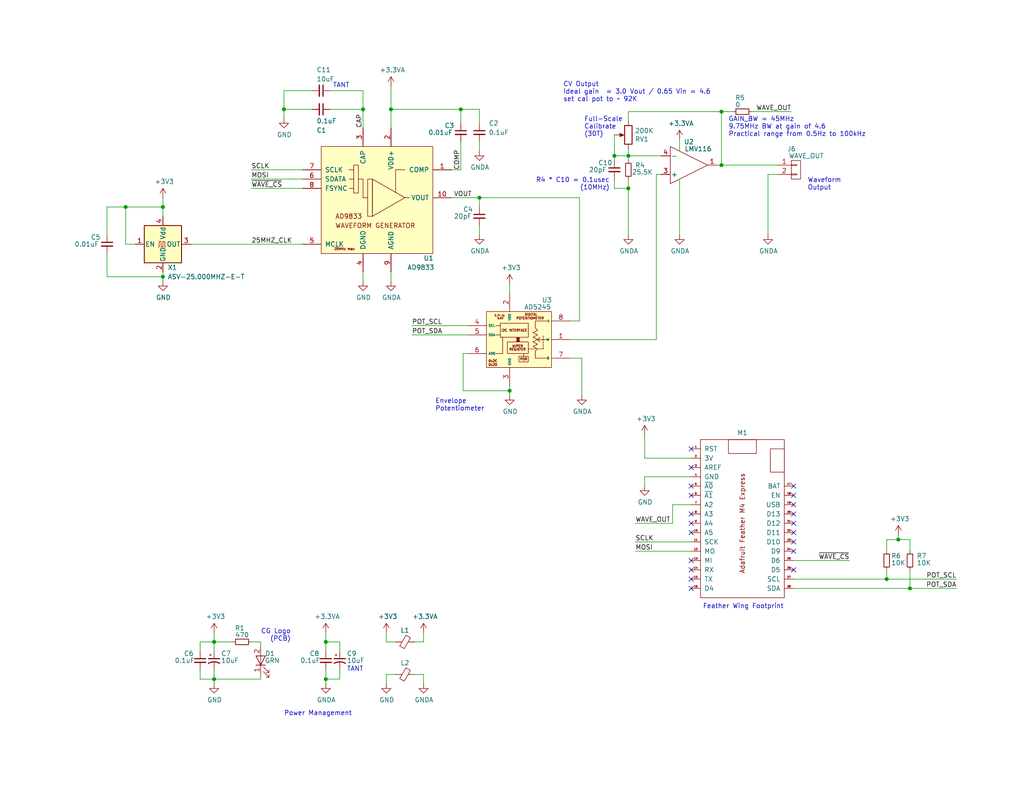
<source format=kicad_sch>
(kicad_sch (version 20211123) (generator eeschema)
  (paper "USLetter")
  (title_block (title "ADSR_Waveform_Generator") (date "2019-10-19") (rev "v00") (company "Cedar Grove Studios"))
  (lib_symbols
    (symbol "Waveform_Gen_ADSR-rescue:AD5245-Adafruit"
      (property "Reference" "U" (at 7.493 10.541 0))
      (property "Value" "AD5245-Adafruit" (at 5.08 8.763 0))
      (symbol "AD5245-Adafruit_0_0"
        (rectangle (start -8.89 7.62) (end 8.89 -7.62) (fill (type background)))
        (rectangle (start -5.08 4.445) (end 2.54 0.635))
        (rectangle (start -3.175 -0.635) (end 2.54 -3.81))
        (rectangle (start -0.508 0.508) (end 0 -0.508) (fill (type outline)))
        (rectangle (start 0 -4.572) (end 2.54 -6.096))
        (polyline (pts (xy -6.35 1.27) (xy -5.08 1.27)))
        (polyline (pts (xy -6.35 3.81) (xy -5.08 3.81)))
        (polyline (pts (xy -0.508 -0.508) (xy -0.762 -0.254)))
        (polyline (pts (xy -0.508 -0.508) (xy -0.508 0.508)))
        (polyline (pts (xy -0.508 0.508) (xy -0.762 0.254)))
        (polyline (pts (xy 0 -0.508) (xy 0 0.508)))
        (polyline (pts (xy 0 -0.508) (xy 0.254 -0.254)))
        (polyline (pts (xy 0 0.508) (xy 0.254 0.254)))
        (polyline (pts (xy 1.27 -4.572) (xy 1.27 -3.81)))
        (polyline (pts (xy 2.54 -2.54) (xy 3.048 -2.54)))
        (polyline (pts (xy 3.302 -2.54) (xy 3.81 -2.54)))
        (polyline (pts (xy 4.064 -2.54) (xy 4.572 -2.54)))
        (polyline (pts (xy 5.08 0) (xy 5.715 -0.635)))
        (polyline (pts (xy 5.334 -2.54) (xy 5.842 -2.54)))
        (polyline (pts (xy 6.096 -2.54) (xy 6.604 -2.54)))
        (polyline (pts (xy 6.604 -2.032) (xy 6.604 -2.54)))
        (polyline (pts (xy 6.604 -1.27) (xy 6.604 -1.778)))
        (polyline (pts (xy 6.604 -1.016) (xy 6.604 -0.508)))
        (polyline (pts (xy 6.604 -0.254) (xy 6.604 0.254)))
        (polyline (pts (xy 6.604 0.508) (xy 6.604 1.016)))
        (polyline (pts (xy -6.35 -3.81) (xy -4.445 -3.81) (xy -4.445 0.635)))
        (polyline (pts (xy 7.62 0) (xy 5.08 0) (xy 5.715 0.635)))
        (polyline (pts (xy 7.62 5.08) (xy 4.445 5.08) (xy 4.445 3.175) (xy 5.08 2.54) (xy 3.81 1.905) (xy 5.08 1.27) (xy 3.81 0.635) (xy 5.08 0) (xy 3.81 -0.635) (xy 5.08 -1.27) (xy 3.81 -1.905) (xy 5.08 -2.54) (xy 4.445 -3.175) (xy 4.445 -5.08) (xy 7.62 -5.08)))
        (text "0x2C" (at -7.112 -5.842 0) (effects (font (size 0.635 0.635))))
        (text "0x2D" (at -7.112 -6.858 0) (effects (font (size 0.635 0.635))))
        (text "2.7V to" (at -5.334 6.604 0) (effects (font (size 0.508 0.508))))
        (text "5.5V" (at -5.08 5.842 0) (effects (font (size 0.508 0.508))))
        (text "DIGITAL" (at 3.302 6.858 0) (effects (font (size 0.635 0.635))))
        (text "I2C INTERFACE" (at -1.27 2.54 0) (effects (font (size 0.635 0.635))))
        (text "POR" (at 1.27 -5.334 0) (effects (font (size 0.635 0.635))))
        (text "POTENTIOMETER" (at 3.048 5.842 0) (effects (font (size 0.635 0.635))))
        (text "REGISTER" (at -0.381 -2.667 0) (effects (font (size 0.635 0.635))))
        (text "WIPER" (at -0.381 -1.778 0) (effects (font (size 0.635 0.635))))
      )
      (symbol "AD5245-Adafruit_1_1"
        (pin bidirectional line (at 13.97 0 180) (length 5.08) (name "W") (number "1"))
        (pin power_in line (at -2.54 12.7 270) (length 5.08) (name "VDD") (number "2"))
        (pin power_in line (at -2.54 -12.7 90) (length 5.08) (name "GND") (number "3"))
        (pin input line (at -13.97 3.81 0) (length 5.08) (name "SCL") (number "4"))
        (pin bidirectional line (at -13.97 1.27 0) (length 5.08) (name "SDA") (number "5"))
        (pin input line (at -13.97 -3.81 0) (length 5.08) (name "AD0") (number "6"))
        (pin bidirectional line (at 13.97 -5.08 180) (length 5.08) (name "B") (number "7"))
        (pin bidirectional line (at 13.97 5.08 180) (length 5.08) (name "A") (number "8"))
      )
    )
    (symbol "Waveform_Gen_ADSR-rescue:AD9833-Adafruit" (pin_names (offset 1.016))
      (property "Reference" "U" (at 8.89 17.78 0))
      (property "Value" "AD9833-Adafruit" (at 11.43 15.24 0))
      (symbol "AD9833-Adafruit_0_0"
        (text "25MHz max" (at -8.89 -13.97 0) (effects (font (size 0.635 0.635))))
        (text "AD9833" (at -11.43 -5.08 0) (effects (font (size 1.27 1.27)) (justify left)))
        (text "WAVEFORM GENERATOR" (at -11.43 -7.62 0) (effects (font (size 1.27 1.27)) (justify left)))
      )
      (symbol "AD9833-Adafruit_0_1"
        (rectangle (start -15.24 13.97) (end 15.24 -15.24) (fill (type background)))
        (rectangle (start -6.35 8.89) (end -5.08 1.27))
        (rectangle (start -1.27 5.08) (end -2.54 -5.08))
        (polyline (pts (xy -6.35 2.54) (xy -7.62 2.54)))
        (polyline (pts (xy -6.35 5.08) (xy -7.62 5.08)))
        (polyline (pts (xy -6.35 7.62) (xy -7.62 7.62)))
        (polyline (pts (xy -5.08 5.08) (xy -3.81 5.08)))
        (polyline (pts (xy -3.81 0) (xy -2.54 0)))
        (polyline (pts (xy -3.81 5.08) (xy -3.81 0)))
        (polyline (pts (xy 7.62 0) (xy 8.89 0)))
        (polyline (pts (xy 7.62 7.62) (xy 5.08 7.62) (xy 5.08 1.27)))
        (polyline (pts (xy 7.62 0) (xy -1.27 5.08) (xy -1.27 -5.08) (xy 7.62 0)))
      )
      (symbol "AD9833-Adafruit_1_1"
        (pin bidirectional line (at 20.32 7.62 180) (length 5.08) (name "COMP") (number "1"))
        (pin output line (at 20.32 0 180) (length 5.08) (name "VOUT") (number "10"))
        (pin power_in line (at 3.81 19.05 270) (length 5.08) (name "VDD+") (number "2"))
        (pin bidirectional line (at -3.81 19.05 270) (length 5.08) (name "CAP") (number "3"))
        (pin power_in line (at -3.81 -20.32 90) (length 5.08) (name "DGND") (number "4"))
        (pin input line (at -20.32 -12.7 0) (length 5.08) (name "MCLK") (number "5"))
        (pin input line (at -20.32 5.08 0) (length 5.08) (name "SDATA") (number "6"))
        (pin input line (at -20.32 7.62 0) (length 5.08) (name "SCLK") (number "7"))
        (pin input line (at -20.32 2.54 0) (length 5.08) (name "FSYNC") (number "8"))
        (pin power_in line (at 3.81 -20.32 90) (length 5.08) (name "AGND") (number "9"))
      )
    )
    (symbol "Waveform_Gen_ADSR-rescue:ASV-xxxMHz-Oscillators" (pin_names (offset 0.254))
      (property "Reference" "X" (at -5.08 6.35 0))
      (property "Value" "ASV-xxxMHz-Oscillators" (at 1.27 -6.35 0))
      (symbol "ASV-xxxMHz-Oscillators_0_1"
        (rectangle (start -5.08 5.08) (end 5.08 -5.08) (stroke (width 0.254)) (fill (type background)))
        (polyline (pts (xy -1.27 -0.762) (xy -1.016 -0.762) (xy -1.016 0.762) (xy -0.508 0.762) (xy -0.508 -0.762) (xy 0 -0.762) (xy 0 0.762) (xy 0.508 0.762) (xy 0.508 -0.762) (xy 0.762 -0.762)))
      )
      (symbol "ASV-xxxMHz-Oscillators_1_1"
        (pin input line (at -7.62 0 0) (length 2.54) (name "EN") (number "1"))
        (pin power_in line (at 0 -7.62 90) (length 2.54) (name "GND") (number "2"))
        (pin output line (at 7.62 0 180) (length 2.54) (name "OUT") (number "3"))
        (pin power_in line (at 0 7.62 270) (length 2.54) (name "Vdd") (number "4"))
      )
    )
    (symbol "Waveform_Gen_ADSR-rescue:CONN_01X02-conn" (pin_names (offset 1.016) hide)
      (property "Reference" "J" (at 0 3.81 0))
      (property "Value" "CONN_01X02-conn" (at 2.54 0 90))
      (symbol "CONN_01X02-conn_0_1"
        (rectangle (start -1.27 -1.143) (end 0.254 -1.397))
        (rectangle (start -1.27 1.397) (end 0.254 1.143))
        (rectangle (start -1.27 2.54) (end 1.27 -2.54))
      )
      (symbol "CONN_01X02-conn_1_1"
        (pin passive line (at -5.08 1.27 0) (length 3.81) (name "P1") (number "1"))
        (pin passive line (at -5.08 -1.27 0) (length 3.81) (name "P2") (number "2"))
      )
    )
    (symbol "Waveform_Gen_ADSR-rescue:CP1_Small-device" (pin_numbers hide) (pin_names (offset 0.254) hide)
      (property "Reference" "C" (at 0.254 1.778 0))
      (property "Value" "CP1_Small-device" (at 0.254 -2.032 0))
      (symbol "CP1_Small-device_0_1"
        (polyline (pts (xy -1.524 0.508) (xy 1.524 0.508)) (stroke (width 0.3048)))
        (polyline (pts (xy -1.27 1.524) (xy -0.762 1.524)))
        (polyline (pts (xy -1.016 1.27) (xy -1.016 1.778)))
        (arc (start 1.524 -0.762) (mid 0 -0.3734) (end -1.524 -0.762) (stroke (width 0.3048)))
      )
      (symbol "CP1_Small-device_1_1"
        (pin passive line (at 0 2.54 270) (length 2.032) (name "~") (number "1"))
        (pin passive line (at 0 -2.54 90) (length 2.032) (name "~") (number "2"))
      )
    )
    (symbol "Waveform_Gen_ADSR-rescue:C_Small-device" (pin_numbers hide) (pin_names (offset 0.254) hide)
      (property "Reference" "C" (at 0.254 1.778 0))
      (property "Value" "C_Small-device" (at 0.254 -2.032 0))
      (symbol "C_Small-device_0_1"
        (polyline (pts (xy -1.524 -0.508) (xy 1.524 -0.508)) (stroke (width 0.3302)))
        (polyline (pts (xy -1.524 0.508) (xy 1.524 0.508)) (stroke (width 0.3048)))
      )
      (symbol "C_Small-device_1_1"
        (pin passive line (at 0 2.54 270) (length 2.032) (name "~") (number "1"))
        (pin passive line (at 0 -2.54 90) (length 2.032) (name "~") (number "2"))
      )
    )
    (symbol "Waveform_Gen_ADSR-rescue:Feather_M4_Express-Adafruit" (pin_names (offset 1.016))
      (property "Reference" "M" (at 0 27.94 0))
      (symbol "Feather_M4_Express-Adafruit_0_0"
        (rectangle (start -11.43 22.86) (end 11.43 -20.32))
        (rectangle (start -3.81 22.86) (end 3.81 19.05))
        (rectangle (start 11.43 20.32) (end 7.62 13.97))
        (text "Adafruit Feather M4 Express" (at 0 0 900) (effects (font (size 1.27 1.27))))
      )
      (symbol "Feather_M4_Express-Adafruit_0_1"
        (pin input line (at -13.97 20.32 0) (length 2.54) (name "RST") (number "1"))
        (pin bidirectional line (at -13.97 -2.54 0) (length 2.54) (name "A5") (number "10"))
        (pin bidirectional line (at -13.97 -5.08 0) (length 2.54) (name "SCK") (number "11"))
        (pin bidirectional line (at -13.97 -7.62 0) (length 2.54) (name "MO") (number "12"))
        (pin bidirectional line (at -13.97 -10.16 0) (length 2.54) (name "MI") (number "13"))
        (pin bidirectional line (at -13.97 -12.7 0) (length 2.54) (name "RX") (number "14"))
        (pin bidirectional line (at -13.97 -15.24 0) (length 2.54) (name "TX") (number "15"))
        (pin bidirectional line (at -13.97 -17.78 0) (length 2.54) (name "D4") (number "16"))
        (pin power_out line (at 13.97 10.16 180) (length 2.54) (name "BAT") (number "17"))
        (pin input line (at 13.97 7.62 180) (length 2.54) (name "EN") (number "18"))
        (pin power_out line (at 13.97 5.08 180) (length 2.54) (name "USB") (number "19"))
        (pin power_out line (at -13.97 17.78 0) (length 2.54) (name "3V") (number "2"))
        (pin bidirectional line (at 13.97 2.54 180) (length 2.54) (name "D13") (number "20"))
        (pin bidirectional line (at 13.97 0 180) (length 2.54) (name "D12") (number "21"))
        (pin bidirectional line (at 13.97 -2.54 180) (length 2.54) (name "D11") (number "22"))
        (pin bidirectional line (at 13.97 -5.08 180) (length 2.54) (name "D10") (number "23"))
        (pin bidirectional line (at 13.97 -7.62 180) (length 2.54) (name "D9") (number "24"))
        (pin bidirectional line (at 13.97 -10.16 180) (length 2.54) (name "D6") (number "25"))
        (pin bidirectional line (at 13.97 -12.7 180) (length 2.54) (name "D5") (number "26"))
        (pin bidirectional line (at 13.97 -15.24 180) (length 2.54) (name "SCL") (number "27"))
        (pin bidirectional line (at 13.97 -17.78 180) (length 2.54) (name "SDA") (number "28"))
        (pin input line (at -13.97 15.24 0) (length 2.54) (name "AREF") (number "3"))
        (pin power_out line (at -13.97 12.7 0) (length 2.54) (name "GND") (number "4"))
        (pin bidirectional line (at -13.97 10.16 0) (length 2.54) (name "~{A0}") (number "5"))
        (pin bidirectional line (at -13.97 7.62 0) (length 2.54) (name "~{A1}") (number "6"))
        (pin bidirectional line (at -13.97 5.08 0) (length 2.54) (name "A2") (number "7"))
        (pin bidirectional line (at -13.97 2.54 0) (length 2.54) (name "A3") (number "8"))
        (pin bidirectional line (at -13.97 0 0) (length 2.54) (name "A4") (number "9"))
      )
    )
    (symbol "Waveform_Gen_ADSR-rescue:Ferrite_Bead_Small-device" (pin_numbers hide) (pin_names (offset 0))
      (property "Reference" "L" (at 1.905 1.27 0))
      (property "Value" "Ferrite_Bead_Small-device" (at 1.905 -1.27 0))
      (symbol "Ferrite_Bead_Small-device_0_1"
        (polyline (pts (xy 0 -1.27) (xy 0 -0.7874)))
        (polyline (pts (xy 0 0.889) (xy 0 1.2954)))
        (polyline (pts (xy -1.8288 0.2794) (xy -1.1176 1.4986) (xy 1.8288 -0.2032) (xy 1.1176 -1.4224) (xy -1.8288 0.2794)))
      )
      (symbol "Ferrite_Bead_Small-device_1_1"
        (pin passive line (at 0 2.54 270) (length 1.27) (name "~") (number "1"))
        (pin passive line (at 0 -2.54 90) (length 1.27) (name "~") (number "2"))
      )
    )
    (symbol "Waveform_Gen_ADSR-rescue:LED-device" (pin_names (offset 1.016) hide)
      (property "Reference" "D" (at 0 2.54 0))
      (property "Value" "LED-device" (at 0 -2.54 0))
      (symbol "LED-device_0_1"
        (polyline (pts (xy -1.27 -1.27) (xy -1.27 1.27)) (stroke (width 0.2032)))
        (polyline (pts (xy -1.27 0) (xy 1.27 0)))
        (polyline (pts (xy 1.27 -1.27) (xy 1.27 1.27) (xy -1.27 0) (xy 1.27 -1.27)) (stroke (width 0.2032)))
        (polyline (pts (xy -3.048 -0.762) (xy -4.572 -2.286) (xy -3.81 -2.286) (xy -4.572 -2.286) (xy -4.572 -1.524)))
        (polyline (pts (xy -1.778 -0.762) (xy -3.302 -2.286) (xy -2.54 -2.286) (xy -3.302 -2.286) (xy -3.302 -1.524)))
      )
      (symbol "LED-device_1_1"
        (pin passive line (at -3.81 0 0) (length 2.54) (name "K") (number "1"))
        (pin passive line (at 3.81 0 180) (length 2.54) (name "A") (number "2"))
      )
    )
    (symbol "Waveform_Gen_ADSR-rescue:POT-device" (pin_numbers hide) (pin_names (offset 1.016) hide)
      (property "Reference" "RV" (at -4.445 0 90))
      (property "Value" "POT-device" (at -2.54 0 90))
      (symbol "POT-device_0_1"
        (polyline (pts (xy 2.54 0) (xy 1.524 0)))
        (polyline (pts (xy 1.143 0) (xy 2.286 0.508) (xy 2.286 -0.508)) (fill (type outline)))
        (rectangle (start 1.016 2.54) (end -1.016 -2.54) (stroke (width 0.254)))
      )
      (symbol "POT-device_1_1"
        (pin passive line (at 0 3.81 270) (length 1.27) (name "1") (number "1"))
        (pin passive line (at 3.81 0 180) (length 1.27) (name "2") (number "2"))
        (pin passive line (at 0 -3.81 90) (length 1.27) (name "3") (number "3"))
      )
    )
    (symbol "Waveform_Gen_ADSR-rescue:R_Small-device" (pin_numbers hide) (pin_names (offset 0.254) hide)
      (property "Reference" "R" (at 0.762 0.508 0))
      (property "Value" "R_Small-device" (at 0.762 -1.016 0))
      (symbol "R_Small-device_0_1"
        (rectangle (start -0.762 1.778) (end 0.762 -1.778) (stroke (width 0.2032)))
      )
      (symbol "R_Small-device_1_1"
        (pin passive line (at 0 2.54 270) (length 0.762) (name "~") (number "1"))
        (pin passive line (at 0 -2.54 90) (length 0.762) (name "~") (number "2"))
      )
    )
    (symbol "Waveform_Gen_ADSR-rescue:TLV2461_SOT23-5-linear" (pin_names (offset 0.254))
      (property "Reference" "U" (at 0 8.89 0))
      (property "Value" "TLV2461_SOT23-5-linear" (at 1.27 6.35 0))
      (symbol "TLV2461_SOT23-5-linear_0_1"
        (polyline (pts (xy -5.08 0) (xy -5.08 5.08) (xy 5.08 0) (xy -5.08 -5.08) (xy -5.08 0)))
      )
      (symbol "TLV2461_SOT23-5-linear_1_1"
        (pin output line (at 7.62 0 180) (length 2.54) (name "~") (number "1"))
        (pin power_in line (at -2.54 -3.81 90) (length 0) hide (name "VDD-") (number "2"))
        (pin input line (at -7.62 -2.54 0) (length 2.54) (name "+") (number "3"))
        (pin input line (at -7.62 2.54 0) (length 2.54) (name "-") (number "4"))
        (pin power_in line (at -2.54 3.81 270) (length 0) hide (name "VDD+") (number "5"))
      )
    )
    (symbol "power:+3.3V" (power) (pin_names (offset 0))
      (property "Value" "+3.3V" (at 0 3.556 0))
      (symbol "+3.3V_0_1"
        (polyline (pts (xy -0.762 1.27) (xy 0 2.54)))
        (polyline (pts (xy 0 0) (xy 0 2.54)))
        (polyline (pts (xy 0 2.54) (xy 0.762 1.27)))
      )
      (symbol "+3.3V_1_1"
        (pin power_in line (at 0 0 90) (length 0) hide (name "+3V3") (number "1"))
      )
    )
    (symbol "power:+3.3VA" (power) (pin_names (offset 0))
      (property "Value" "+3.3VA" (at 0 3.556 0))
      (symbol "+3.3VA_0_1"
        (polyline (pts (xy -0.762 1.27) (xy 0 2.54)))
        (polyline (pts (xy 0 0) (xy 0 2.54)))
        (polyline (pts (xy 0 2.54) (xy 0.762 1.27)))
      )
      (symbol "+3.3VA_1_1"
        (pin power_in line (at 0 0 90) (length 0) hide (name "+3.3VA") (number "1"))
      )
    )
    (symbol "power:GND" (power) (pin_names (offset 0))
      (property "Value" "GND" (at 0 -3.81 0))
      (symbol "GND_0_1"
        (polyline (pts (xy 0 0) (xy 0 -1.27) (xy 1.27 -1.27) (xy 0 -2.54) (xy -1.27 -1.27) (xy 0 -1.27)))
      )
      (symbol "GND_1_1"
        (pin power_in line (at 0 0 270) (length 0) hide (name "GND") (number "1"))
      )
    )
    (symbol "power:GNDA" (power) (pin_names (offset 0))
      (property "Value" "GNDA" (at 0 -3.81 0))
      (symbol "GNDA_0_1"
        (polyline (pts (xy 0 0) (xy 0 -1.27) (xy 1.27 -1.27) (xy 0 -2.54) (xy -1.27 -1.27) (xy 0 -1.27)))
      )
      (symbol "GNDA_1_1"
        (pin power_in line (at 0 0 270) (length 0) hide (name "GNDA") (number "1"))
      )
    )
  )
  (junction (at 241.935 158.115))
  (junction (at 99.06 29.845))
  (junction (at 34.29 56.515))
  (junction (at 88.9 185.42))
  (junction (at 248.285 160.655))
  (junction (at 171.45 51.435))
  (junction (at 88.9 175.26))
  (junction (at 167.64 42.545))
  (junction (at 130.81 53.975))
  (junction (at 44.45 75.565))
  (junction (at 44.45 56.515))
  (junction (at 125.73 29.845))
  (junction (at 77.47 29.845))
  (junction (at 171.45 42.545))
  (junction (at 58.42 185.42))
  (junction (at 196.85 30.48))
  (junction (at 139.065 106.68))
  (junction (at 196.85 45.085))
  (junction (at 58.42 175.26))
  (junction (at 106.68 29.845))
  (junction (at 245.11 147.32))
  (no_connect (at 188.595 132.715))
  (no_connect (at 216.535 145.415))
  (no_connect (at 216.535 132.715))
  (no_connect (at 188.595 158.115))
  (no_connect (at 216.535 135.255))
  (no_connect (at 216.535 150.495))
  (no_connect (at 216.535 147.955))
  (no_connect (at 188.595 155.575))
  (no_connect (at 188.595 145.415))
  (no_connect (at 216.535 137.795))
  (no_connect (at 188.595 153.035))
  (no_connect (at 188.595 135.255))
  (no_connect (at 188.595 122.555))
  (no_connect (at 188.595 127.635))
  (no_connect (at 188.595 142.875))
  (no_connect (at 188.595 160.655))
  (no_connect (at 216.535 140.335))
  (no_connect (at 216.535 142.875))
  (no_connect (at 188.595 140.335))
  (no_connect (at 216.535 155.575))
  (wire (pts (xy 112.395 91.44) (xy 127.635 91.44)))
  (wire (pts (xy 29.21 64.135) (xy 29.21 56.515)))
  (wire (pts (xy 212.09 47.625) (xy 209.55 47.625)))
  (wire (pts (xy 188.595 125.095) (xy 175.895 125.095)))
  (wire (pts (xy 183.515 137.795) (xy 183.515 142.875)))
  (wire (pts (xy 241.935 158.115) (xy 260.985 158.115)))
  (wire (pts (xy 139.065 77.47) (xy 139.065 80.01)))
  (wire (pts (xy 195.58 45.085) (xy 196.85 45.085)))
  (wire (pts (xy 167.64 42.545) (xy 171.45 42.545)))
  (wire (pts (xy 106.68 29.845) (xy 106.68 23.495)))
  (wire (pts (xy 241.935 150.495) (xy 241.935 147.32)))
  (wire (pts (xy 183.515 142.875) (xy 173.355 142.875)))
  (wire (pts (xy 29.21 56.515) (xy 34.29 56.515)))
  (wire (pts (xy 130.81 41.275) (xy 130.81 38.735)))
  (wire (pts (xy 205.105 30.48) (xy 215.9 30.48)))
  (wire (pts (xy 92.71 185.42) (xy 88.9 185.42)))
  (wire (pts (xy 158.75 97.79) (xy 155.575 97.79)))
  (wire (pts (xy 88.9 175.26) (xy 88.9 172.72)))
  (wire (pts (xy 130.81 56.515) (xy 130.81 53.975)))
  (wire (pts (xy 71.12 185.42) (xy 58.42 185.42)))
  (wire (pts (xy 58.42 175.26) (xy 54.61 175.26)))
  (wire (pts (xy 88.9 186.69) (xy 88.9 185.42)))
  (wire (pts (xy 125.73 46.355) (xy 125.73 38.735)))
  (wire (pts (xy 34.29 56.515) (xy 44.45 56.515)))
  (wire (pts (xy 99.06 29.845) (xy 90.17 29.845)))
  (wire (pts (xy 68.58 46.355) (xy 82.55 46.355)))
  (wire (pts (xy 155.575 87.63) (xy 158.115 87.63)))
  (wire (pts (xy 130.81 64.135) (xy 130.81 61.595)))
  (wire (pts (xy 196.85 30.48) (xy 196.85 45.085)))
  (wire (pts (xy 58.42 175.26) (xy 63.5 175.26)))
  (wire (pts (xy 241.935 147.32) (xy 245.11 147.32)))
  (wire (pts (xy 248.285 160.655) (xy 260.985 160.655)))
  (wire (pts (xy 173.355 147.955) (xy 188.595 147.955)))
  (wire (pts (xy 139.065 106.68) (xy 126.365 106.68)))
  (wire (pts (xy 34.29 66.675) (xy 34.29 56.515)))
  (wire (pts (xy 123.19 46.355) (xy 125.73 46.355)))
  (wire (pts (xy 92.71 175.26) (xy 88.9 175.26)))
  (wire (pts (xy 107.95 175.26) (xy 105.41 175.26)))
  (wire (pts (xy 126.365 106.68) (xy 126.365 96.52)))
  (wire (pts (xy 58.42 177.8) (xy 58.42 175.26)))
  (wire (pts (xy 185.42 64.135) (xy 185.42 48.895)))
  (wire (pts (xy 58.42 185.42) (xy 54.61 185.42)))
  (wire (pts (xy 77.47 24.765) (xy 77.47 29.845)))
  (wire (pts (xy 58.42 186.69) (xy 58.42 185.42)))
  (wire (pts (xy 171.45 51.435) (xy 171.45 64.135)))
  (wire (pts (xy 99.06 76.835) (xy 99.06 74.295)))
  (wire (pts (xy 171.45 48.895) (xy 171.45 51.435)))
  (wire (pts (xy 29.21 75.565) (xy 29.21 69.215)))
  (wire (pts (xy 115.57 172.72) (xy 115.57 175.26)))
  (wire (pts (xy 92.71 177.8) (xy 92.71 175.26)))
  (wire (pts (xy 212.09 45.085) (xy 196.85 45.085)))
  (wire (pts (xy 196.85 30.48) (xy 200.025 30.48)))
  (wire (pts (xy 245.11 147.32) (xy 248.285 147.32)))
  (wire (pts (xy 115.57 175.26) (xy 113.03 175.26)))
  (wire (pts (xy 123.19 53.975) (xy 130.81 53.975)))
  (wire (pts (xy 99.06 24.765) (xy 90.17 24.765)))
  (wire (pts (xy 77.47 29.845) (xy 77.47 32.385)))
  (wire (pts (xy 68.58 51.435) (xy 82.55 51.435)))
  (wire (pts (xy 88.9 185.42) (xy 88.9 182.88)))
  (wire (pts (xy 105.41 184.15) (xy 107.95 184.15)))
  (wire (pts (xy 71.12 184.15) (xy 71.12 185.42)))
  (wire (pts (xy 180.34 47.625) (xy 179.07 47.625)))
  (wire (pts (xy 36.83 66.675) (xy 34.29 66.675)))
  (wire (pts (xy 112.395 88.9) (xy 127.635 88.9)))
  (wire (pts (xy 179.07 92.71) (xy 179.07 47.625)))
  (wire (pts (xy 171.45 30.48) (xy 171.45 33.02)))
  (wire (pts (xy 52.07 66.675) (xy 82.55 66.675)))
  (wire (pts (xy 158.115 87.63) (xy 158.115 53.975)))
  (wire (pts (xy 139.065 106.68) (xy 139.065 107.95)))
  (wire (pts (xy 209.55 47.625) (xy 209.55 64.135)))
  (wire (pts (xy 68.58 48.895) (xy 82.55 48.895)))
  (wire (pts (xy 85.09 24.765) (xy 77.47 24.765)))
  (wire (pts (xy 175.895 125.095) (xy 175.895 118.745)))
  (wire (pts (xy 44.45 56.515) (xy 44.45 59.055)))
  (wire (pts (xy 54.61 185.42) (xy 54.61 182.88)))
  (wire (pts (xy 125.73 29.845) (xy 106.68 29.845)))
  (wire (pts (xy 105.41 186.69) (xy 105.41 184.15)))
  (wire (pts (xy 99.06 29.845) (xy 99.06 34.925)))
  (wire (pts (xy 171.45 30.48) (xy 196.85 30.48)))
  (wire (pts (xy 167.64 43.815) (xy 167.64 42.545)))
  (wire (pts (xy 92.71 182.88) (xy 92.71 185.42)))
  (wire (pts (xy 130.81 33.655) (xy 130.81 29.845)))
  (wire (pts (xy 99.06 29.845) (xy 99.06 24.765)))
  (wire (pts (xy 130.81 29.845) (xy 125.73 29.845)))
  (wire (pts (xy 248.285 155.575) (xy 248.285 160.655)))
  (wire (pts (xy 241.935 155.575) (xy 241.935 158.115)))
  (wire (pts (xy 113.03 184.15) (xy 115.57 184.15)))
  (wire (pts (xy 173.355 150.495) (xy 188.595 150.495)))
  (wire (pts (xy 139.065 105.41) (xy 139.065 106.68)))
  (wire (pts (xy 54.61 175.26) (xy 54.61 177.8)))
  (wire (pts (xy 171.45 42.545) (xy 171.45 40.64)))
  (wire (pts (xy 58.42 175.26) (xy 58.42 172.72)))
  (wire (pts (xy 58.42 182.88) (xy 58.42 185.42)))
  (wire (pts (xy 125.73 33.655) (xy 125.73 29.845)))
  (wire (pts (xy 68.58 175.26) (xy 71.12 175.26)))
  (wire (pts (xy 88.9 175.26) (xy 88.9 177.8)))
  (wire (pts (xy 71.12 175.26) (xy 71.12 176.53)))
  (wire (pts (xy 167.64 42.545) (xy 167.64 36.83)))
  (wire (pts (xy 216.535 160.655) (xy 248.285 160.655)))
  (wire (pts (xy 44.45 76.835) (xy 44.45 75.565)))
  (wire (pts (xy 248.285 147.32) (xy 248.285 150.495)))
  (wire (pts (xy 106.68 34.925) (xy 106.68 29.845)))
  (wire (pts (xy 106.68 76.835) (xy 106.68 74.295)))
  (wire (pts (xy 216.535 153.035) (xy 231.775 153.035)))
  (wire (pts (xy 171.45 51.435) (xy 167.64 51.435)))
  (wire (pts (xy 188.595 137.795) (xy 183.515 137.795)))
  (wire (pts (xy 167.64 48.895) (xy 167.64 51.435)))
  (wire (pts (xy 216.535 158.115) (xy 241.935 158.115)))
  (wire (pts (xy 44.45 75.565) (xy 44.45 74.295)))
  (wire (pts (xy 171.45 42.545) (xy 180.34 42.545)))
  (wire (pts (xy 245.11 147.32) (xy 245.11 146.05)))
  (wire (pts (xy 188.595 130.175) (xy 175.895 130.175)))
  (wire (pts (xy 175.895 130.175) (xy 175.895 132.715)))
  (wire (pts (xy 105.41 175.26) (xy 105.41 172.72)))
  (wire (pts (xy 185.42 41.275) (xy 185.42 38.1)))
  (wire (pts (xy 126.365 96.52) (xy 127.635 96.52)))
  (wire (pts (xy 44.45 75.565) (xy 29.21 75.565)))
  (wire (pts (xy 115.57 184.15) (xy 115.57 186.69)))
  (wire (pts (xy 130.81 53.975) (xy 158.115 53.975)))
  (wire (pts (xy 85.09 29.845) (xy 77.47 29.845)))
  (wire (pts (xy 44.45 53.975) (xy 44.45 56.515)))
  (wire (pts (xy 158.75 97.79) (xy 158.75 107.95)))
  (wire (pts (xy 155.575 92.71) (xy 179.07 92.71)))
  (wire (pts (xy 171.45 43.815) (xy 171.45 42.545)))
  (text "GAIN_BW = 45MHz\n9.75MHz BW at gain of 4.6\nPractical range from 0.5Hz to 100kHz\n" (at 198.755 37.465 0) (effects (font (size 1.27 1.27)) (justify left bottom)))
  (text "TANT" (at 94.615 183.515 0) (effects (font (size 1.27 1.27)) (justify left bottom)))
  (text "CG Logo\n(PCB)" (at 79.375 175.26 180) (effects (font (size 1.27 1.27)) (justify right bottom)))
  (text "CV Output\nIdeal gain  = 3.0 Vout / 0.65 Vin = 4.6\nset cal pot to ~ 92K" (at 153.67 27.94 0) (effects (font (size 1.27 1.27)) (justify left bottom)))
  (text "R4 * C10 = 0.1usec\n(10MHz)" (at 166.37 52.07 180) (effects (font (size 1.27 1.27)) (justify right bottom)))
  (text "Full-Scale\nCalibrate\n(30T)" (at 159.385 37.465 0) (effects (font (size 1.27 1.27)) (justify left bottom)))
  (text "Power Management" (at 77.47 195.58 0) (effects (font (size 1.27 1.27)) (justify left bottom)))
  (text "Envelope\nPotentiometer" (at 118.745 112.395 0) (effects (font (size 1.27 1.27)) (justify left bottom)))
  (text "Waveform\nOutput" (at 220.345 52.07 0) (effects (font (size 1.27 1.27)) (justify left bottom)))
  (text "TANT" (at 90.805 24.13 0) (effects (font (size 1.27 1.27)) (justify left bottom)))
  (text "Feather Wing Footprint" (at 191.77 166.37 0) (effects (font (size 1.27 1.27)) (justify left bottom)))
  (label "POT_SDA" (at 260.985 160.655 180))
  (label "~{WAVE_CS}" (at 231.775 153.035 180))
  (label "WAVE_OUT" (at 173.355 142.875 0))
  (label "POT_SDA" (at 112.395 91.44 0))
  (label "WAVE_OUT" (at 215.9 30.48 180))
  (label "COMP" (at 125.73 46.355 90))
  (label "~{WAVE_CS}" (at 68.58 51.435 0))
  (label "POT_SCL" (at 260.985 158.115 180))
  (label "POT_SCL" (at 112.395 88.9 0))
  (label "SCLK" (at 173.355 147.955 0))
  (label "SCLK" (at 68.58 46.355 0))
  (label "25MHZ_CLK" (at 68.58 66.675 0))
  (label "CAP" (at 99.06 34.925 90))
  (label "VOUT" (at 123.825 53.975 0))
  (label "MOSI" (at 173.355 150.495 0))
  (label "MOSI" (at 68.58 48.895 0))
  (symbol (lib_id "power:GND") (at 58.42 186.69 0) (unit 1)
    (property "Reference" "#PWR036" (effects hide))
    (property "Value" "GND" (at 58.547 191.0842 0))
  )
  (symbol (lib_id "Waveform_Gen_ADSR-rescue:CP1_Small-device") (at 58.42 180.34 0) (unit 1)
    (property "Reference" "C7" (at 60.325 178.435 0) (effects (justify left)))
    (property "Value" "10uF" (at 60.325 180.34 0) (effects (justify left)))
    (property "Footprint" "Capacitors_SMD:C_0805" (effects hide))
  )
  (symbol (lib_id "Waveform_Gen_ADSR-rescue:C_Small-device") (at 54.61 180.34 0) (unit 1)
    (property "Reference" "C6" (at 50.165 178.435 0) (effects (justify left)))
    (property "Value" "0.1uF" (at 47.625 180.34 0) (effects (justify left)))
    (property "Footprint" "Capacitors_SMD:C_0805" (effects hide))
  )
  (symbol (lib_id "Waveform_Gen_ADSR-rescue:CONN_01X02-conn") (at 217.17 46.355 0) (unit 1)
    (property "Reference" "J6" (at 217.17 40.64 0) (effects (justify right)))
    (property "Value" "WAVE_OUT" (at 224.79 42.545 0) (effects (justify right)))
    (property "Footprint" "Pin_Headers:Pin_Header_Straight_1x02_Pitch2.54mm" (effects hide))
  )
  (symbol (lib_id "Waveform_Gen_ADSR-rescue:POT-device") (at 171.45 36.83 180) (unit 1)
    (property "Reference" "RV1" (at 173.228 37.9984 0) (effects (justify right)))
    (property "Value" "200K" (at 173.228 35.687 0) (effects (justify right)))
    (property "Footprint" "Potentiometers:Potentiometer_Trimmer_Bourns_PV36W" (effects hide))
  )
  (symbol (lib_id "power:GND") (at 99.06 76.835 0) (unit 1)
    (property "Reference" "#PWR027" (effects hide))
    (property "Value" "GND" (at 99.187 81.2292 0))
  )
  (symbol (lib_id "Waveform_Gen_ADSR-rescue:R_Small-device") (at 171.45 46.355 180) (unit 1)
    (property "Reference" "R4" (at 174.625 45.085 0))
    (property "Value" "25.5K" (at 175.26 46.99 0))
    (property "Footprint" "Resistors_SMD:R_0805" (effects hide))
  )
  (symbol (lib_id "Waveform_Gen_ADSR-rescue:LED-device") (at 71.12 180.34 90) (unit 1)
    (property "Reference" "D1" (at 73.66 178.435 90))
    (property "Value" "GRN" (at 74.295 180.34 90))
    (property "Footprint" "Adafruit:Cedar_Grove_logo_lighted" (effects hide))
  )
  (symbol (lib_id "Waveform_Gen_ADSR-rescue:R_Small-device") (at 66.04 175.26 270) (unit 1)
    (property "Reference" "R1" (at 65.405 171.45 90))
    (property "Value" "470" (at 66.04 173.355 90))
    (property "Footprint" "Resistors_SMD:R_0805" (effects hide))
  )
  (symbol (lib_id "Waveform_Gen_ADSR-rescue:C_Small-device") (at 167.64 46.355 0) (unit 1)
    (property "Reference" "C10" (at 163.195 44.45 0) (effects (justify left)))
    (property "Value" "20pF" (at 160.655 46.355 0) (effects (justify left)))
    (property "Footprint" "Capacitors_SMD:C_0805" (effects hide))
  )
  (symbol (lib_id "Waveform_Gen_ADSR-rescue:TLV2461_SOT23-5-linear") (at 187.96 45.085 0) (unit 1)
    (property "Reference" "U2" (at 187.96 38.735 0))
    (property "Value" "LMV116" (at 190.5 40.64 0))
    (property "Footprint" "TO_SOT_Packages_SMD:SOT-23-5_HandSoldering" (effects hide))
  )
  (symbol (lib_id "Waveform_Gen_ADSR-rescue:AD9833-Adafruit") (at 102.87 53.975 0) (unit 1)
    (property "Reference" "U1" (at 115.57 70.485 0) (effects (justify left)))
    (property "Value" "AD9833" (at 111.125 73.025 0) (effects (justify left)))
    (property "Footprint" "Housings_SSOP:MSOP-10_3x3mm_Pitch0.5mm" (effects hide))
  )
  (symbol (lib_id "Waveform_Gen_ADSR-rescue:Feather_M4_Express-Adafruit") (at 202.565 142.875 0) (unit 1)
    (property "Reference" "M1" (at 202.565 118.1608 0))
    (property "Value" "Feather_M4_Express" (effects hide))
    (property "Footprint" "Adafruit:Adafruit_Feather_M4_Express_bare" (effects hide))
  )
  (symbol (lib_id "power:GNDA") (at 209.55 64.135 0) (unit 1)
    (property "Reference" "#PWR0101" (effects hide))
    (property "Value" "GNDA" (at 209.677 68.5292 0))
  )
  (symbol (lib_id "power:GNDA") (at 185.42 64.135 0) (unit 1)
    (property "Reference" "#PWR0102" (effects hide))
    (property "Value" "GNDA" (at 185.547 68.5292 0))
  )
  (symbol (lib_id "power:GNDA") (at 171.45 64.135 0) (unit 1)
    (property "Reference" "#PWR0103" (effects hide))
    (property "Value" "GNDA" (at 171.577 68.5292 0))
  )
  (symbol (lib_id "power:+3.3VA") (at 185.42 38.1 0) (unit 1)
    (property "Reference" "#PWR0104" (effects hide))
    (property "Value" "+3.3VA" (at 185.801 33.7058 0))
  )
  (symbol (lib_id "power:+3.3VA") (at 106.68 23.495 0) (unit 1)
    (property "Reference" "#PWR0105" (effects hide))
    (property "Value" "+3.3VA" (at 107.061 19.1008 0))
  )
  (symbol (lib_id "power:GNDA") (at 106.68 76.835 0) (unit 1)
    (property "Reference" "#PWR0107" (effects hide))
    (property "Value" "GNDA" (at 106.807 81.2292 0))
  )
  (symbol (lib_id "Waveform_Gen_ADSR-rescue:C_Small-device") (at 130.81 59.055 0) (unit 1)
    (property "Reference" "C4" (at 126.365 57.15 0) (effects (justify left)))
    (property "Value" "20pF" (at 123.825 59.055 0) (effects (justify left)))
    (property "Footprint" "Capacitors_SMD:C_0805" (effects hide))
  )
  (symbol (lib_id "Waveform_Gen_ADSR-rescue:C_Small-device") (at 130.81 36.195 0) (unit 1)
    (property "Reference" "C2" (at 133.35 33.655 0) (effects (justify left)))
    (property "Value" "0.1uF" (at 133.35 36.195 0) (effects (justify left)))
    (property "Footprint" "Capacitors_SMD:C_0805" (effects hide))
  )
  (symbol (lib_id "Waveform_Gen_ADSR-rescue:C_Small-device") (at 125.73 36.195 0) (unit 1)
    (property "Reference" "C3" (at 121.285 34.29 0) (effects (justify left)))
    (property "Value" "0.01uF" (at 116.84 36.195 0) (effects (justify left)))
    (property "Footprint" "Capacitors_SMD:C_0805" (effects hide))
  )
  (symbol (lib_id "Waveform_Gen_ADSR-rescue:C_Small-device") (at 87.63 24.765 270) (unit 1)
    (property "Reference" "C11" (at 86.36 19.05 90) (effects (justify left)))
    (property "Value" "10uF" (at 86.36 21.59 90) (effects (justify left)))
    (property "Footprint" "Capacitors_SMD:C_0805" (effects hide))
  )
  (symbol (lib_id "Waveform_Gen_ADSR-rescue:C_Small-device") (at 87.63 29.845 270) (unit 1)
    (property "Reference" "C1" (at 86.36 35.56 90) (effects (justify left)))
    (property "Value" "0.1uF" (at 86.36 33.02 90) (effects (justify left)))
    (property "Footprint" "Capacitors_SMD:C_0805" (effects hide))
  )
  (symbol (lib_id "power:GNDA") (at 130.81 41.275 0) (unit 1)
    (property "Reference" "#PWR0108" (effects hide))
    (property "Value" "GNDA" (at 130.937 45.6692 0))
  )
  (symbol (lib_id "power:GNDA") (at 130.81 64.135 0) (unit 1)
    (property "Reference" "#PWR0109" (effects hide))
    (property "Value" "GNDA" (at 130.937 68.5292 0))
  )
  (symbol (lib_id "power:GND") (at 77.47 32.385 0) (unit 1)
    (property "Reference" "#PWR0106" (effects hide))
    (property "Value" "GND" (at 77.597 36.7792 0))
  )
  (symbol (lib_id "power:+3.3VA") (at 115.57 172.72 0) (unit 1)
    (property "Reference" "#PWR0111" (effects hide))
    (property "Value" "+3.3VA" (at 115.951 168.3258 0))
  )
  (symbol (lib_id "power:+3.3V") (at 58.42 172.72 0) (unit 1)
    (property "Reference" "#PWR0112" (effects hide))
    (property "Value" "+3.3V" (at 58.801 168.3258 0))
  )
  (symbol (lib_id "Waveform_Gen_ADSR-rescue:CP1_Small-device") (at 92.71 180.34 0) (unit 1)
    (property "Reference" "C9" (at 94.615 178.435 0) (effects (justify left)))
    (property "Value" "10uF" (at 94.615 180.34 0) (effects (justify left)))
    (property "Footprint" "Capacitors_SMD:C_0805" (effects hide))
  )
  (symbol (lib_id "Waveform_Gen_ADSR-rescue:C_Small-device") (at 88.9 180.34 0) (unit 1)
    (property "Reference" "C8" (at 84.455 178.435 0) (effects (justify left)))
    (property "Value" "0.1uF" (at 81.915 180.34 0) (effects (justify left)))
    (property "Footprint" "Capacitors_SMD:C_0805" (effects hide))
  )
  (symbol (lib_id "power:GNDA") (at 88.9 186.69 0) (unit 1)
    (property "Reference" "#PWR0113" (effects hide))
    (property "Value" "GNDA" (at 89.027 191.0842 0))
  )
  (symbol (lib_id "power:GND") (at 105.41 186.69 0) (unit 1)
    (property "Reference" "#PWR0114" (effects hide))
    (property "Value" "GND" (at 105.537 191.0842 0))
  )
  (symbol (lib_id "power:GNDA") (at 115.57 186.69 0) (unit 1)
    (property "Reference" "#PWR0115" (effects hide))
    (property "Value" "GNDA" (at 115.697 191.0842 0))
  )
  (symbol (lib_id "Waveform_Gen_ADSR-rescue:Ferrite_Bead_Small-device") (at 110.49 184.15 270) (unit 1)
    (property "Reference" "L2" (at 110.49 180.975 90))
    (property "Value" "0" (effects hide))
    (property "Footprint" "Inductors_SMD:L_0805" (effects hide))
  )
  (symbol (lib_id "power:+3.3V") (at 105.41 172.72 0) (unit 1)
    (property "Reference" "#PWR0116" (effects hide))
    (property "Value" "+3.3V" (at 105.791 168.3258 0))
  )
  (symbol (lib_id "Waveform_Gen_ADSR-rescue:Ferrite_Bead_Small-device") (at 110.49 175.26 270) (unit 1)
    (property "Reference" "L1" (at 110.49 172.085 90))
    (property "Value" "0" (effects hide))
    (property "Footprint" "Inductors_SMD:L_0805" (effects hide))
  )
  (symbol (lib_id "power:+3.3VA") (at 88.9 172.72 0) (unit 1)
    (property "Reference" "#PWR0117" (effects hide))
    (property "Value" "+3.3VA" (at 89.281 168.3258 0))
  )
  (symbol (lib_id "power:GND") (at 175.895 132.715 0) (unit 1)
    (property "Reference" "#PWR0118" (effects hide))
    (property "Value" "GND" (at 176.022 137.1092 0))
  )
  (symbol (lib_id "power:+3.3V") (at 175.895 118.745 0) (unit 1)
    (property "Reference" "#PWR0119" (effects hide))
    (property "Value" "+3.3V" (at 176.276 114.3508 0))
  )
  (symbol (lib_id "Waveform_Gen_ADSR-rescue:R_Small-device") (at 202.565 30.48 270) (unit 1)
    (property "Reference" "R5" (at 201.93 26.67 90))
    (property "Value" "0" (at 201.295 28.575 90))
    (property "Footprint" "Resistors_SMD:R_0805" (effects hide))
  )
  (symbol (lib_id "Waveform_Gen_ADSR-rescue:ASV-xxxMHz-Oscillators") (at 44.45 66.675 0) (unit 1)
    (property "Reference" "X1" (at 45.72 73.025 0) (effects (justify left)))
    (property "Value" "ASV-25.000MHZ-E-T" (at 45.72 75.565 0) (effects (justify left)))
    (property "Footprint" "Oscillators:Oscillator_SMD_Abracon_ASV-4pin_7.0x5.1mm" (effects hide))
    (property "Datasheet" "http://www.abracon.com/Oscillators/ASV.pdf" (effects hide))
  )
  (symbol (lib_id "Waveform_Gen_ADSR-rescue:C_Small-device") (at 29.21 66.675 0) (unit 1)
    (property "Reference" "C5" (at 24.765 64.77 0) (effects (justify left)))
    (property "Value" "0.01uF" (at 20.32 66.675 0) (effects (justify left)))
    (property "Footprint" "Capacitors_SMD:C_0805" (effects hide))
  )
  (symbol (lib_id "power:GND") (at 44.45 76.835 0) (unit 1)
    (property "Reference" "#PWR02" (effects hide))
    (property "Value" "GND" (at 44.577 81.2292 0))
  )
  (symbol (lib_id "power:+3.3V") (at 44.45 53.975 0) (unit 1)
    (property "Reference" "#PWR01" (effects hide))
    (property "Value" "+3.3V" (at 44.831 49.5808 0))
  )
  (symbol (lib_id "Waveform_Gen_ADSR-rescue:AD5245-Adafruit") (at 141.605 92.71 0) (unit 1)
    (property "Reference" "U3" (at 149.225 81.915 0))
    (property "Value" "AD5245" (at 146.685 83.82 0))
    (property "Footprint" "TO_SOT_Packages_SMD:SOT-23-8" (effects hide))
  )
  (symbol (lib_id "power:GNDA") (at 158.75 107.95 0) (unit 1)
    (property "Reference" "#PWR0110" (effects hide))
    (property "Value" "GNDA" (at 158.877 112.3442 0))
  )
  (symbol (lib_id "power:GND") (at 139.065 107.95 0) (unit 1)
    (property "Reference" "#PWR0120" (effects hide))
    (property "Value" "GND" (at 139.192 112.3442 0))
  )
  (symbol (lib_id "power:+3.3V") (at 139.065 77.47 0) (unit 1)
    (property "Reference" "#PWR0121" (effects hide))
    (property "Value" "+3.3V" (at 139.446 73.0758 0))
  )
  (symbol (lib_id "Waveform_Gen_ADSR-rescue:R_Small-device") (at 241.935 153.035 180) (unit 1)
    (property "Reference" "R6" (at 244.475 151.765 0))
    (property "Value" "10K" (at 245.11 153.67 0))
    (property "Footprint" "Resistors_SMD:R_0805" (effects hide))
  )
  (symbol (lib_id "Waveform_Gen_ADSR-rescue:R_Small-device") (at 248.285 153.035 180) (unit 1)
    (property "Reference" "R7" (at 251.46 151.765 0))
    (property "Value" "10K" (at 252.095 153.67 0))
    (property "Footprint" "Resistors_SMD:R_0805" (effects hide))
  )
  (symbol (lib_id "power:+3.3V") (at 245.11 146.05 0) (unit 1)
    (property "Reference" "#PWR0122" (effects hide))
    (property "Value" "+3.3V" (at 245.491 141.6558 0))
  )
)
</source>
